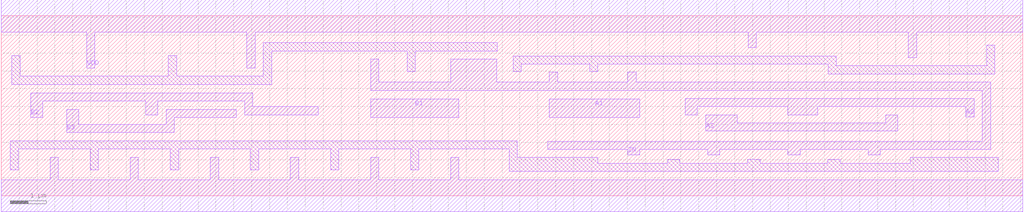
<source format=lef>
# Copyright 2022 GlobalFoundries PDK Authors
#
# Licensed under the Apache License, Version 2.0 (the "License");
# you may not use this file except in compliance with the License.
# You may obtain a copy of the License at
#
#      http://www.apache.org/licenses/LICENSE-2.0
#
# Unless required by applicable law or agreed to in writing, software
# distributed under the License is distributed on an "AS IS" BASIS,
# WITHOUT WARRANTIES OR CONDITIONS OF ANY KIND, either express or implied.
# See the License for the specific language governing permissions and
# limitations under the License.

MACRO gf180mcu_fd_sc_mcu9t5v0__oai33_4
  CLASS core ;
  FOREIGN gf180mcu_fd_sc_mcu9t5v0__oai33_4 0.0 0.0 ;
  ORIGIN 0 0 ;
  SYMMETRY X Y ;
  SITE GF018hv5v_green_sc9 ;
  SIZE 28.56 BY 5.04 ;
  PIN A1
    DIRECTION INPUT ;
    ANTENNAGATEAREA 6.828 ;
    PORT
      LAYER METAL1 ;
        POLYGON 15.325 2.19 17.85 2.19 17.85 2.71 15.325 2.71  ;
    END
  END A1
  PIN A2
    DIRECTION INPUT ;
    ANTENNAGATEAREA 6.828 ;
    PORT
      LAYER METAL1 ;
        POLYGON 19.12 2.27 19.46 2.27 19.46 2.495 21.99 2.495 21.99 2.27 22.82 2.27 22.82 2.495 26.965 2.495 26.965 2.215 27.195 2.215 27.195 2.725 19.12 2.725  ;
    END
  END A2
  PIN A3
    DIRECTION INPUT ;
    ANTENNAGATEAREA 6.828 ;
    PORT
      LAYER METAL1 ;
        POLYGON 19.69 1.81 25.06 1.81 25.06 2.265 24.72 2.265 24.72 2.04 20.58 2.04 20.58 2.265 19.69 2.265  ;
    END
  END A3
  PIN B1
    DIRECTION INPUT ;
    ANTENNAGATEAREA 6.828 ;
    PORT
      LAYER METAL1 ;
        POLYGON 10.325 2.19 12.795 2.19 12.795 2.71 10.325 2.71  ;
    END
  END B1
  PIN B2
    DIRECTION INPUT ;
    ANTENNAGATEAREA 6.828 ;
    PORT
      LAYER METAL1 ;
        POLYGON 0.82 2.19 1.16 2.19 1.16 2.65 4.04 2.65 4.04 2.27 4.38 2.27 4.38 2.65 6.8 2.65 6.8 2.27 8.86 2.27 8.86 2.5 7.03 2.5 7.03 2.88 0.82 2.88  ;
    END
  END B2
  PIN B3
    DIRECTION INPUT ;
    ANTENNAGATEAREA 6.828 ;
    PORT
      LAYER METAL1 ;
        POLYGON 1.83 1.77 4.84 1.77 4.84 2.19 6.57 2.19 6.57 2.42 4.61 2.42 4.61 2 2.17 2 2.17 2.42 1.83 2.42  ;
    END
  END B3
  PIN ZN
    DIRECTION OUTPUT ;
    ANTENNADIFFAREA 8.3823 ;
    PORT
      LAYER METAL1 ;
        POLYGON 10.325 2.955 27.425 2.955 27.425 1.53 15.27 1.53 15.27 1.3 17.51 1.3 17.51 1.14 17.85 1.14 17.85 1.3 19.75 1.3 19.75 1.14 20.09 1.14 20.09 1.3 21.99 1.3 21.99 1.14 22.33 1.14 22.33 1.3 24.23 1.3 24.23 1.14 24.57 1.14 24.57 1.3 27.655 1.3 27.655 3.185 17.745 3.185 17.745 3.46 17.515 3.46 17.515 3.185 15.555 3.185 15.555 3.46 15.325 3.46 15.325 3.185 13.85 3.185 13.85 3.83 12.565 3.83 12.565 3.185 10.555 3.185 10.555 3.83 10.325 3.83  ;
    END
  END ZN
  PIN VDD
    DIRECTION INOUT ;
    USE power ;
    SHAPE ABUTMENT ;
    PORT
      LAYER METAL1 ;
        POLYGON 0 4.59 2.385 4.59 2.385 3.58 2.615 3.58 2.615 4.59 6.865 4.59 6.865 3.58 7.095 3.58 7.095 4.59 13.87 4.59 20.875 4.59 20.875 4.15 21.105 4.15 21.105 4.59 25.355 4.59 25.355 3.875 25.585 3.875 25.585 4.59 27.775 4.59 27.875 4.59 28.56 4.59 28.56 5.49 27.875 5.49 27.775 5.49 13.87 5.49 0 5.49  ;
    END
  END VDD
  PIN VSS
    DIRECTION INOUT ;
    USE ground ;
    SHAPE ABUTMENT ;
    PORT
      LAYER METAL1 ;
        POLYGON 0 -0.45 28.56 -0.45 28.56 0.45 12.795 0.45 12.795 1.07 12.565 1.07 12.565 0.45 10.555 0.45 10.555 1.07 10.325 1.07 10.325 0.45 8.315 0.45 8.315 1.07 8.085 1.07 8.085 0.45 6.075 0.45 6.075 1.07 5.845 1.07 5.845 0.45 3.835 0.45 3.835 1.07 3.605 1.07 3.605 0.45 1.595 0.45 1.595 1.07 1.365 1.07 1.365 0.45 0 0.45  ;
    END
  END VSS
  OBS
      LAYER METAL1 ;
        POLYGON 0.295 3.12 7.555 3.12 7.555 4.06 11.345 4.06 11.345 3.48 11.575 3.48 11.575 4.06 13.87 4.06 13.87 4.29 7.325 4.29 7.325 3.35 4.905 3.35 4.905 3.93 4.675 3.93 4.675 3.35 0.525 3.35 0.525 3.93 0.295 3.93  ;
        POLYGON 14.305 3.48 14.535 3.48 14.535 3.69 16.445 3.69 16.445 3.48 16.675 3.48 16.675 3.69 23.115 3.69 23.115 3.415 27.775 3.415 27.775 4.225 27.545 4.225 27.545 3.645 23.345 3.645 23.345 3.92 14.305 3.92  ;
        POLYGON 0.245 0.73 0.475 0.73 0.475 1.31 2.485 1.31 2.485 0.73 2.715 0.73 2.715 1.31 4.725 1.31 4.725 0.73 4.955 0.73 4.955 1.31 6.965 1.31 6.965 0.73 7.195 0.73 7.195 1.31 9.205 1.31 9.205 0.73 9.435 0.73 9.435 1.31 11.445 1.31 11.445 0.73 11.675 0.73 11.675 1.31 14.2 1.31 14.2 0.68 27.875 0.68 27.875 1.07 25.405 1.07 25.405 0.91 23.45 0.91 23.45 1.015 23.11 1.015 23.11 0.91 21.21 0.91 21.21 1.015 20.87 1.015 20.87 0.91 18.97 0.91 18.97 1.015 18.63 1.015 18.63 0.91 16.675 0.91 16.675 1.07 14.43 1.07 14.43 1.54 0.245 1.54  ;
  END
END gf180mcu_fd_sc_mcu9t5v0__oai33_4

</source>
